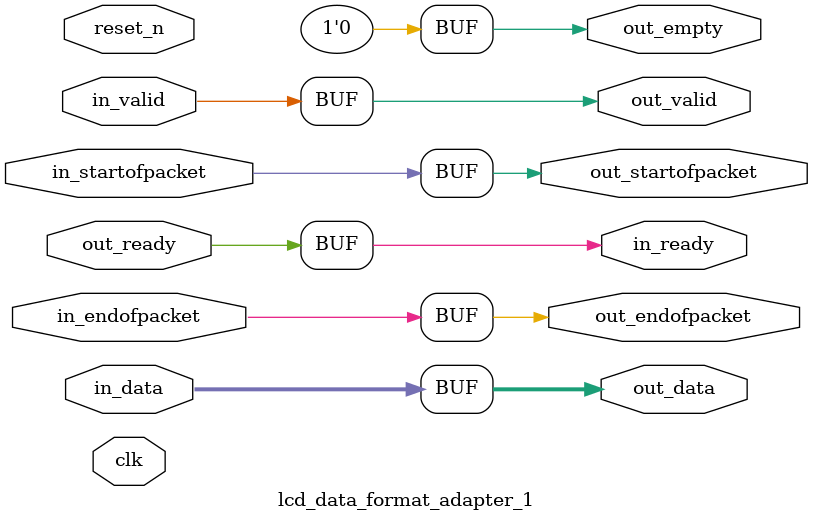
<source format=v>

`timescale 1ns / 100ps
module lcd_data_format_adapter_1 (
    
      // Interface: clk
      input              clk,
      // Interface: reset
      input              reset_n,
      // Interface: in
      output reg         in_ready,
      input              in_valid,
      input      [ 7: 0] in_data,
      input              in_startofpacket,
      input              in_endofpacket,
      // Interface: out
      input              out_ready,
      output reg         out_valid,
      output reg [ 7: 0] out_data,
      output reg         out_startofpacket,
      output reg         out_endofpacket,
      output reg         out_empty
);



   always @* begin
      in_ready = out_ready;
      out_valid = in_valid;
      out_data = in_data;
      out_startofpacket = in_startofpacket;
      out_endofpacket = in_endofpacket;

      out_empty = 0;

   end

endmodule


</source>
